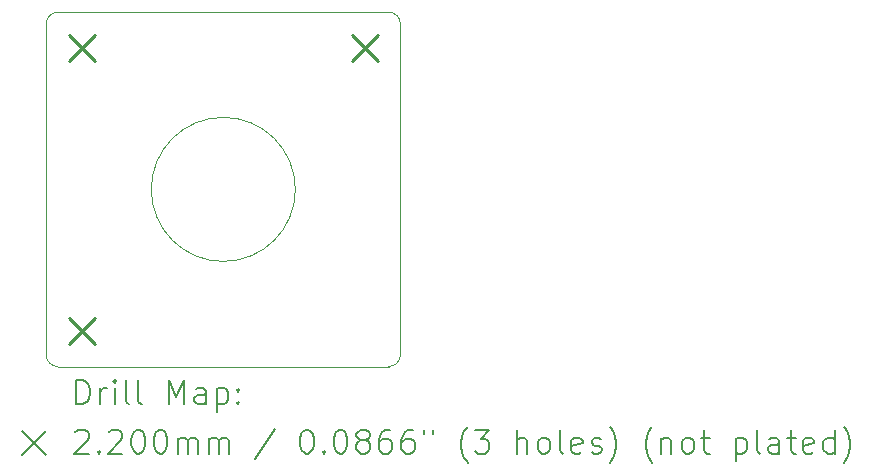
<source format=gbr>
%TF.GenerationSoftware,KiCad,Pcbnew,7.0.5.1-1-g8f565ef7f0-dirty-deb11*%
%TF.CreationDate,2023-06-02T15:46:41+00:00*%
%TF.ProjectId,pedalboard-led-ring,70656461-6c62-46f6-9172-642d6c65642d,1.0.0*%
%TF.SameCoordinates,Original*%
%TF.FileFunction,Drillmap*%
%TF.FilePolarity,Positive*%
%FSLAX45Y45*%
G04 Gerber Fmt 4.5, Leading zero omitted, Abs format (unit mm)*
G04 Created by KiCad (PCBNEW 7.0.5.1-1-g8f565ef7f0-dirty-deb11) date 2023-06-02 15:46:41*
%MOMM*%
%LPD*%
G01*
G04 APERTURE LIST*
%ADD10C,0.100000*%
%ADD11C,0.200000*%
%ADD12C,0.220000*%
G04 APERTURE END LIST*
D10*
X6500000Y-7400000D02*
G75*
G03*
X6600000Y-7500000I100000J0D01*
G01*
X8610000Y-6000000D02*
G75*
G03*
X8610000Y-6000000I-610000J0D01*
G01*
X9500000Y-4600000D02*
X9500000Y-7400000D01*
X6500000Y-7400000D02*
X6500000Y-4600000D01*
X9400000Y-7500000D02*
G75*
G03*
X9500000Y-7400000I0J100000D01*
G01*
X6600000Y-4500000D02*
X9400000Y-4500000D01*
X9400000Y-7500000D02*
X6600000Y-7500000D01*
X6600000Y-4500000D02*
G75*
G03*
X6500000Y-4600000I0J-100000D01*
G01*
X9500000Y-4600000D02*
G75*
G03*
X9400000Y-4500000I-100000J0D01*
G01*
D11*
D12*
X6690000Y-4690000D02*
X6910000Y-4910000D01*
X6910000Y-4690000D02*
X6690000Y-4910000D01*
X6690000Y-7090000D02*
X6910000Y-7310000D01*
X6910000Y-7090000D02*
X6690000Y-7310000D01*
X9090000Y-4690000D02*
X9310000Y-4910000D01*
X9310000Y-4690000D02*
X9090000Y-4910000D01*
D11*
X6755777Y-7816484D02*
X6755777Y-7616484D01*
X6755777Y-7616484D02*
X6803396Y-7616484D01*
X6803396Y-7616484D02*
X6831967Y-7626008D01*
X6831967Y-7626008D02*
X6851015Y-7645055D01*
X6851015Y-7645055D02*
X6860539Y-7664103D01*
X6860539Y-7664103D02*
X6870062Y-7702198D01*
X6870062Y-7702198D02*
X6870062Y-7730769D01*
X6870062Y-7730769D02*
X6860539Y-7768865D01*
X6860539Y-7768865D02*
X6851015Y-7787912D01*
X6851015Y-7787912D02*
X6831967Y-7806960D01*
X6831967Y-7806960D02*
X6803396Y-7816484D01*
X6803396Y-7816484D02*
X6755777Y-7816484D01*
X6955777Y-7816484D02*
X6955777Y-7683150D01*
X6955777Y-7721246D02*
X6965301Y-7702198D01*
X6965301Y-7702198D02*
X6974824Y-7692674D01*
X6974824Y-7692674D02*
X6993872Y-7683150D01*
X6993872Y-7683150D02*
X7012920Y-7683150D01*
X7079586Y-7816484D02*
X7079586Y-7683150D01*
X7079586Y-7616484D02*
X7070062Y-7626008D01*
X7070062Y-7626008D02*
X7079586Y-7635531D01*
X7079586Y-7635531D02*
X7089110Y-7626008D01*
X7089110Y-7626008D02*
X7079586Y-7616484D01*
X7079586Y-7616484D02*
X7079586Y-7635531D01*
X7203396Y-7816484D02*
X7184348Y-7806960D01*
X7184348Y-7806960D02*
X7174824Y-7787912D01*
X7174824Y-7787912D02*
X7174824Y-7616484D01*
X7308158Y-7816484D02*
X7289110Y-7806960D01*
X7289110Y-7806960D02*
X7279586Y-7787912D01*
X7279586Y-7787912D02*
X7279586Y-7616484D01*
X7536729Y-7816484D02*
X7536729Y-7616484D01*
X7536729Y-7616484D02*
X7603396Y-7759341D01*
X7603396Y-7759341D02*
X7670062Y-7616484D01*
X7670062Y-7616484D02*
X7670062Y-7816484D01*
X7851015Y-7816484D02*
X7851015Y-7711722D01*
X7851015Y-7711722D02*
X7841491Y-7692674D01*
X7841491Y-7692674D02*
X7822443Y-7683150D01*
X7822443Y-7683150D02*
X7784348Y-7683150D01*
X7784348Y-7683150D02*
X7765301Y-7692674D01*
X7851015Y-7806960D02*
X7831967Y-7816484D01*
X7831967Y-7816484D02*
X7784348Y-7816484D01*
X7784348Y-7816484D02*
X7765301Y-7806960D01*
X7765301Y-7806960D02*
X7755777Y-7787912D01*
X7755777Y-7787912D02*
X7755777Y-7768865D01*
X7755777Y-7768865D02*
X7765301Y-7749817D01*
X7765301Y-7749817D02*
X7784348Y-7740293D01*
X7784348Y-7740293D02*
X7831967Y-7740293D01*
X7831967Y-7740293D02*
X7851015Y-7730769D01*
X7946253Y-7683150D02*
X7946253Y-7883150D01*
X7946253Y-7692674D02*
X7965301Y-7683150D01*
X7965301Y-7683150D02*
X8003396Y-7683150D01*
X8003396Y-7683150D02*
X8022443Y-7692674D01*
X8022443Y-7692674D02*
X8031967Y-7702198D01*
X8031967Y-7702198D02*
X8041491Y-7721246D01*
X8041491Y-7721246D02*
X8041491Y-7778388D01*
X8041491Y-7778388D02*
X8031967Y-7797436D01*
X8031967Y-7797436D02*
X8022443Y-7806960D01*
X8022443Y-7806960D02*
X8003396Y-7816484D01*
X8003396Y-7816484D02*
X7965301Y-7816484D01*
X7965301Y-7816484D02*
X7946253Y-7806960D01*
X8127205Y-7797436D02*
X8136729Y-7806960D01*
X8136729Y-7806960D02*
X8127205Y-7816484D01*
X8127205Y-7816484D02*
X8117682Y-7806960D01*
X8117682Y-7806960D02*
X8127205Y-7797436D01*
X8127205Y-7797436D02*
X8127205Y-7816484D01*
X8127205Y-7692674D02*
X8136729Y-7702198D01*
X8136729Y-7702198D02*
X8127205Y-7711722D01*
X8127205Y-7711722D02*
X8117682Y-7702198D01*
X8117682Y-7702198D02*
X8127205Y-7692674D01*
X8127205Y-7692674D02*
X8127205Y-7711722D01*
X6295000Y-8045000D02*
X6495000Y-8245000D01*
X6495000Y-8045000D02*
X6295000Y-8245000D01*
X6746253Y-8055531D02*
X6755777Y-8046008D01*
X6755777Y-8046008D02*
X6774824Y-8036484D01*
X6774824Y-8036484D02*
X6822443Y-8036484D01*
X6822443Y-8036484D02*
X6841491Y-8046008D01*
X6841491Y-8046008D02*
X6851015Y-8055531D01*
X6851015Y-8055531D02*
X6860539Y-8074579D01*
X6860539Y-8074579D02*
X6860539Y-8093627D01*
X6860539Y-8093627D02*
X6851015Y-8122198D01*
X6851015Y-8122198D02*
X6736729Y-8236484D01*
X6736729Y-8236484D02*
X6860539Y-8236484D01*
X6946253Y-8217436D02*
X6955777Y-8226960D01*
X6955777Y-8226960D02*
X6946253Y-8236484D01*
X6946253Y-8236484D02*
X6936729Y-8226960D01*
X6936729Y-8226960D02*
X6946253Y-8217436D01*
X6946253Y-8217436D02*
X6946253Y-8236484D01*
X7031967Y-8055531D02*
X7041491Y-8046008D01*
X7041491Y-8046008D02*
X7060539Y-8036484D01*
X7060539Y-8036484D02*
X7108158Y-8036484D01*
X7108158Y-8036484D02*
X7127205Y-8046008D01*
X7127205Y-8046008D02*
X7136729Y-8055531D01*
X7136729Y-8055531D02*
X7146253Y-8074579D01*
X7146253Y-8074579D02*
X7146253Y-8093627D01*
X7146253Y-8093627D02*
X7136729Y-8122198D01*
X7136729Y-8122198D02*
X7022443Y-8236484D01*
X7022443Y-8236484D02*
X7146253Y-8236484D01*
X7270062Y-8036484D02*
X7289110Y-8036484D01*
X7289110Y-8036484D02*
X7308158Y-8046008D01*
X7308158Y-8046008D02*
X7317682Y-8055531D01*
X7317682Y-8055531D02*
X7327205Y-8074579D01*
X7327205Y-8074579D02*
X7336729Y-8112674D01*
X7336729Y-8112674D02*
X7336729Y-8160293D01*
X7336729Y-8160293D02*
X7327205Y-8198388D01*
X7327205Y-8198388D02*
X7317682Y-8217436D01*
X7317682Y-8217436D02*
X7308158Y-8226960D01*
X7308158Y-8226960D02*
X7289110Y-8236484D01*
X7289110Y-8236484D02*
X7270062Y-8236484D01*
X7270062Y-8236484D02*
X7251015Y-8226960D01*
X7251015Y-8226960D02*
X7241491Y-8217436D01*
X7241491Y-8217436D02*
X7231967Y-8198388D01*
X7231967Y-8198388D02*
X7222443Y-8160293D01*
X7222443Y-8160293D02*
X7222443Y-8112674D01*
X7222443Y-8112674D02*
X7231967Y-8074579D01*
X7231967Y-8074579D02*
X7241491Y-8055531D01*
X7241491Y-8055531D02*
X7251015Y-8046008D01*
X7251015Y-8046008D02*
X7270062Y-8036484D01*
X7460539Y-8036484D02*
X7479586Y-8036484D01*
X7479586Y-8036484D02*
X7498634Y-8046008D01*
X7498634Y-8046008D02*
X7508158Y-8055531D01*
X7508158Y-8055531D02*
X7517682Y-8074579D01*
X7517682Y-8074579D02*
X7527205Y-8112674D01*
X7527205Y-8112674D02*
X7527205Y-8160293D01*
X7527205Y-8160293D02*
X7517682Y-8198388D01*
X7517682Y-8198388D02*
X7508158Y-8217436D01*
X7508158Y-8217436D02*
X7498634Y-8226960D01*
X7498634Y-8226960D02*
X7479586Y-8236484D01*
X7479586Y-8236484D02*
X7460539Y-8236484D01*
X7460539Y-8236484D02*
X7441491Y-8226960D01*
X7441491Y-8226960D02*
X7431967Y-8217436D01*
X7431967Y-8217436D02*
X7422443Y-8198388D01*
X7422443Y-8198388D02*
X7412920Y-8160293D01*
X7412920Y-8160293D02*
X7412920Y-8112674D01*
X7412920Y-8112674D02*
X7422443Y-8074579D01*
X7422443Y-8074579D02*
X7431967Y-8055531D01*
X7431967Y-8055531D02*
X7441491Y-8046008D01*
X7441491Y-8046008D02*
X7460539Y-8036484D01*
X7612920Y-8236484D02*
X7612920Y-8103150D01*
X7612920Y-8122198D02*
X7622443Y-8112674D01*
X7622443Y-8112674D02*
X7641491Y-8103150D01*
X7641491Y-8103150D02*
X7670063Y-8103150D01*
X7670063Y-8103150D02*
X7689110Y-8112674D01*
X7689110Y-8112674D02*
X7698634Y-8131722D01*
X7698634Y-8131722D02*
X7698634Y-8236484D01*
X7698634Y-8131722D02*
X7708158Y-8112674D01*
X7708158Y-8112674D02*
X7727205Y-8103150D01*
X7727205Y-8103150D02*
X7755777Y-8103150D01*
X7755777Y-8103150D02*
X7774824Y-8112674D01*
X7774824Y-8112674D02*
X7784348Y-8131722D01*
X7784348Y-8131722D02*
X7784348Y-8236484D01*
X7879586Y-8236484D02*
X7879586Y-8103150D01*
X7879586Y-8122198D02*
X7889110Y-8112674D01*
X7889110Y-8112674D02*
X7908158Y-8103150D01*
X7908158Y-8103150D02*
X7936729Y-8103150D01*
X7936729Y-8103150D02*
X7955777Y-8112674D01*
X7955777Y-8112674D02*
X7965301Y-8131722D01*
X7965301Y-8131722D02*
X7965301Y-8236484D01*
X7965301Y-8131722D02*
X7974824Y-8112674D01*
X7974824Y-8112674D02*
X7993872Y-8103150D01*
X7993872Y-8103150D02*
X8022443Y-8103150D01*
X8022443Y-8103150D02*
X8041491Y-8112674D01*
X8041491Y-8112674D02*
X8051015Y-8131722D01*
X8051015Y-8131722D02*
X8051015Y-8236484D01*
X8441491Y-8026960D02*
X8270063Y-8284103D01*
X8698634Y-8036484D02*
X8717682Y-8036484D01*
X8717682Y-8036484D02*
X8736729Y-8046008D01*
X8736729Y-8046008D02*
X8746253Y-8055531D01*
X8746253Y-8055531D02*
X8755777Y-8074579D01*
X8755777Y-8074579D02*
X8765301Y-8112674D01*
X8765301Y-8112674D02*
X8765301Y-8160293D01*
X8765301Y-8160293D02*
X8755777Y-8198388D01*
X8755777Y-8198388D02*
X8746253Y-8217436D01*
X8746253Y-8217436D02*
X8736729Y-8226960D01*
X8736729Y-8226960D02*
X8717682Y-8236484D01*
X8717682Y-8236484D02*
X8698634Y-8236484D01*
X8698634Y-8236484D02*
X8679587Y-8226960D01*
X8679587Y-8226960D02*
X8670063Y-8217436D01*
X8670063Y-8217436D02*
X8660539Y-8198388D01*
X8660539Y-8198388D02*
X8651015Y-8160293D01*
X8651015Y-8160293D02*
X8651015Y-8112674D01*
X8651015Y-8112674D02*
X8660539Y-8074579D01*
X8660539Y-8074579D02*
X8670063Y-8055531D01*
X8670063Y-8055531D02*
X8679587Y-8046008D01*
X8679587Y-8046008D02*
X8698634Y-8036484D01*
X8851015Y-8217436D02*
X8860539Y-8226960D01*
X8860539Y-8226960D02*
X8851015Y-8236484D01*
X8851015Y-8236484D02*
X8841491Y-8226960D01*
X8841491Y-8226960D02*
X8851015Y-8217436D01*
X8851015Y-8217436D02*
X8851015Y-8236484D01*
X8984348Y-8036484D02*
X9003396Y-8036484D01*
X9003396Y-8036484D02*
X9022444Y-8046008D01*
X9022444Y-8046008D02*
X9031968Y-8055531D01*
X9031968Y-8055531D02*
X9041491Y-8074579D01*
X9041491Y-8074579D02*
X9051015Y-8112674D01*
X9051015Y-8112674D02*
X9051015Y-8160293D01*
X9051015Y-8160293D02*
X9041491Y-8198388D01*
X9041491Y-8198388D02*
X9031968Y-8217436D01*
X9031968Y-8217436D02*
X9022444Y-8226960D01*
X9022444Y-8226960D02*
X9003396Y-8236484D01*
X9003396Y-8236484D02*
X8984348Y-8236484D01*
X8984348Y-8236484D02*
X8965301Y-8226960D01*
X8965301Y-8226960D02*
X8955777Y-8217436D01*
X8955777Y-8217436D02*
X8946253Y-8198388D01*
X8946253Y-8198388D02*
X8936729Y-8160293D01*
X8936729Y-8160293D02*
X8936729Y-8112674D01*
X8936729Y-8112674D02*
X8946253Y-8074579D01*
X8946253Y-8074579D02*
X8955777Y-8055531D01*
X8955777Y-8055531D02*
X8965301Y-8046008D01*
X8965301Y-8046008D02*
X8984348Y-8036484D01*
X9165301Y-8122198D02*
X9146253Y-8112674D01*
X9146253Y-8112674D02*
X9136729Y-8103150D01*
X9136729Y-8103150D02*
X9127206Y-8084103D01*
X9127206Y-8084103D02*
X9127206Y-8074579D01*
X9127206Y-8074579D02*
X9136729Y-8055531D01*
X9136729Y-8055531D02*
X9146253Y-8046008D01*
X9146253Y-8046008D02*
X9165301Y-8036484D01*
X9165301Y-8036484D02*
X9203396Y-8036484D01*
X9203396Y-8036484D02*
X9222444Y-8046008D01*
X9222444Y-8046008D02*
X9231968Y-8055531D01*
X9231968Y-8055531D02*
X9241491Y-8074579D01*
X9241491Y-8074579D02*
X9241491Y-8084103D01*
X9241491Y-8084103D02*
X9231968Y-8103150D01*
X9231968Y-8103150D02*
X9222444Y-8112674D01*
X9222444Y-8112674D02*
X9203396Y-8122198D01*
X9203396Y-8122198D02*
X9165301Y-8122198D01*
X9165301Y-8122198D02*
X9146253Y-8131722D01*
X9146253Y-8131722D02*
X9136729Y-8141246D01*
X9136729Y-8141246D02*
X9127206Y-8160293D01*
X9127206Y-8160293D02*
X9127206Y-8198388D01*
X9127206Y-8198388D02*
X9136729Y-8217436D01*
X9136729Y-8217436D02*
X9146253Y-8226960D01*
X9146253Y-8226960D02*
X9165301Y-8236484D01*
X9165301Y-8236484D02*
X9203396Y-8236484D01*
X9203396Y-8236484D02*
X9222444Y-8226960D01*
X9222444Y-8226960D02*
X9231968Y-8217436D01*
X9231968Y-8217436D02*
X9241491Y-8198388D01*
X9241491Y-8198388D02*
X9241491Y-8160293D01*
X9241491Y-8160293D02*
X9231968Y-8141246D01*
X9231968Y-8141246D02*
X9222444Y-8131722D01*
X9222444Y-8131722D02*
X9203396Y-8122198D01*
X9412920Y-8036484D02*
X9374825Y-8036484D01*
X9374825Y-8036484D02*
X9355777Y-8046008D01*
X9355777Y-8046008D02*
X9346253Y-8055531D01*
X9346253Y-8055531D02*
X9327206Y-8084103D01*
X9327206Y-8084103D02*
X9317682Y-8122198D01*
X9317682Y-8122198D02*
X9317682Y-8198388D01*
X9317682Y-8198388D02*
X9327206Y-8217436D01*
X9327206Y-8217436D02*
X9336729Y-8226960D01*
X9336729Y-8226960D02*
X9355777Y-8236484D01*
X9355777Y-8236484D02*
X9393872Y-8236484D01*
X9393872Y-8236484D02*
X9412920Y-8226960D01*
X9412920Y-8226960D02*
X9422444Y-8217436D01*
X9422444Y-8217436D02*
X9431968Y-8198388D01*
X9431968Y-8198388D02*
X9431968Y-8150769D01*
X9431968Y-8150769D02*
X9422444Y-8131722D01*
X9422444Y-8131722D02*
X9412920Y-8122198D01*
X9412920Y-8122198D02*
X9393872Y-8112674D01*
X9393872Y-8112674D02*
X9355777Y-8112674D01*
X9355777Y-8112674D02*
X9336729Y-8122198D01*
X9336729Y-8122198D02*
X9327206Y-8131722D01*
X9327206Y-8131722D02*
X9317682Y-8150769D01*
X9603396Y-8036484D02*
X9565301Y-8036484D01*
X9565301Y-8036484D02*
X9546253Y-8046008D01*
X9546253Y-8046008D02*
X9536729Y-8055531D01*
X9536729Y-8055531D02*
X9517682Y-8084103D01*
X9517682Y-8084103D02*
X9508158Y-8122198D01*
X9508158Y-8122198D02*
X9508158Y-8198388D01*
X9508158Y-8198388D02*
X9517682Y-8217436D01*
X9517682Y-8217436D02*
X9527206Y-8226960D01*
X9527206Y-8226960D02*
X9546253Y-8236484D01*
X9546253Y-8236484D02*
X9584349Y-8236484D01*
X9584349Y-8236484D02*
X9603396Y-8226960D01*
X9603396Y-8226960D02*
X9612920Y-8217436D01*
X9612920Y-8217436D02*
X9622444Y-8198388D01*
X9622444Y-8198388D02*
X9622444Y-8150769D01*
X9622444Y-8150769D02*
X9612920Y-8131722D01*
X9612920Y-8131722D02*
X9603396Y-8122198D01*
X9603396Y-8122198D02*
X9584349Y-8112674D01*
X9584349Y-8112674D02*
X9546253Y-8112674D01*
X9546253Y-8112674D02*
X9527206Y-8122198D01*
X9527206Y-8122198D02*
X9517682Y-8131722D01*
X9517682Y-8131722D02*
X9508158Y-8150769D01*
X9698634Y-8036484D02*
X9698634Y-8074579D01*
X9774825Y-8036484D02*
X9774825Y-8074579D01*
X10070063Y-8312674D02*
X10060539Y-8303150D01*
X10060539Y-8303150D02*
X10041491Y-8274579D01*
X10041491Y-8274579D02*
X10031968Y-8255531D01*
X10031968Y-8255531D02*
X10022444Y-8226960D01*
X10022444Y-8226960D02*
X10012920Y-8179341D01*
X10012920Y-8179341D02*
X10012920Y-8141246D01*
X10012920Y-8141246D02*
X10022444Y-8093627D01*
X10022444Y-8093627D02*
X10031968Y-8065055D01*
X10031968Y-8065055D02*
X10041491Y-8046008D01*
X10041491Y-8046008D02*
X10060539Y-8017436D01*
X10060539Y-8017436D02*
X10070063Y-8007912D01*
X10127206Y-8036484D02*
X10251015Y-8036484D01*
X10251015Y-8036484D02*
X10184349Y-8112674D01*
X10184349Y-8112674D02*
X10212920Y-8112674D01*
X10212920Y-8112674D02*
X10231968Y-8122198D01*
X10231968Y-8122198D02*
X10241491Y-8131722D01*
X10241491Y-8131722D02*
X10251015Y-8150769D01*
X10251015Y-8150769D02*
X10251015Y-8198388D01*
X10251015Y-8198388D02*
X10241491Y-8217436D01*
X10241491Y-8217436D02*
X10231968Y-8226960D01*
X10231968Y-8226960D02*
X10212920Y-8236484D01*
X10212920Y-8236484D02*
X10155777Y-8236484D01*
X10155777Y-8236484D02*
X10136730Y-8226960D01*
X10136730Y-8226960D02*
X10127206Y-8217436D01*
X10489111Y-8236484D02*
X10489111Y-8036484D01*
X10574825Y-8236484D02*
X10574825Y-8131722D01*
X10574825Y-8131722D02*
X10565301Y-8112674D01*
X10565301Y-8112674D02*
X10546253Y-8103150D01*
X10546253Y-8103150D02*
X10517682Y-8103150D01*
X10517682Y-8103150D02*
X10498634Y-8112674D01*
X10498634Y-8112674D02*
X10489111Y-8122198D01*
X10698634Y-8236484D02*
X10679587Y-8226960D01*
X10679587Y-8226960D02*
X10670063Y-8217436D01*
X10670063Y-8217436D02*
X10660539Y-8198388D01*
X10660539Y-8198388D02*
X10660539Y-8141246D01*
X10660539Y-8141246D02*
X10670063Y-8122198D01*
X10670063Y-8122198D02*
X10679587Y-8112674D01*
X10679587Y-8112674D02*
X10698634Y-8103150D01*
X10698634Y-8103150D02*
X10727206Y-8103150D01*
X10727206Y-8103150D02*
X10746253Y-8112674D01*
X10746253Y-8112674D02*
X10755777Y-8122198D01*
X10755777Y-8122198D02*
X10765301Y-8141246D01*
X10765301Y-8141246D02*
X10765301Y-8198388D01*
X10765301Y-8198388D02*
X10755777Y-8217436D01*
X10755777Y-8217436D02*
X10746253Y-8226960D01*
X10746253Y-8226960D02*
X10727206Y-8236484D01*
X10727206Y-8236484D02*
X10698634Y-8236484D01*
X10879587Y-8236484D02*
X10860539Y-8226960D01*
X10860539Y-8226960D02*
X10851015Y-8207912D01*
X10851015Y-8207912D02*
X10851015Y-8036484D01*
X11031968Y-8226960D02*
X11012920Y-8236484D01*
X11012920Y-8236484D02*
X10974825Y-8236484D01*
X10974825Y-8236484D02*
X10955777Y-8226960D01*
X10955777Y-8226960D02*
X10946253Y-8207912D01*
X10946253Y-8207912D02*
X10946253Y-8131722D01*
X10946253Y-8131722D02*
X10955777Y-8112674D01*
X10955777Y-8112674D02*
X10974825Y-8103150D01*
X10974825Y-8103150D02*
X11012920Y-8103150D01*
X11012920Y-8103150D02*
X11031968Y-8112674D01*
X11031968Y-8112674D02*
X11041492Y-8131722D01*
X11041492Y-8131722D02*
X11041492Y-8150769D01*
X11041492Y-8150769D02*
X10946253Y-8169817D01*
X11117682Y-8226960D02*
X11136730Y-8236484D01*
X11136730Y-8236484D02*
X11174825Y-8236484D01*
X11174825Y-8236484D02*
X11193872Y-8226960D01*
X11193872Y-8226960D02*
X11203396Y-8207912D01*
X11203396Y-8207912D02*
X11203396Y-8198388D01*
X11203396Y-8198388D02*
X11193872Y-8179341D01*
X11193872Y-8179341D02*
X11174825Y-8169817D01*
X11174825Y-8169817D02*
X11146253Y-8169817D01*
X11146253Y-8169817D02*
X11127206Y-8160293D01*
X11127206Y-8160293D02*
X11117682Y-8141246D01*
X11117682Y-8141246D02*
X11117682Y-8131722D01*
X11117682Y-8131722D02*
X11127206Y-8112674D01*
X11127206Y-8112674D02*
X11146253Y-8103150D01*
X11146253Y-8103150D02*
X11174825Y-8103150D01*
X11174825Y-8103150D02*
X11193872Y-8112674D01*
X11270063Y-8312674D02*
X11279587Y-8303150D01*
X11279587Y-8303150D02*
X11298634Y-8274579D01*
X11298634Y-8274579D02*
X11308158Y-8255531D01*
X11308158Y-8255531D02*
X11317682Y-8226960D01*
X11317682Y-8226960D02*
X11327206Y-8179341D01*
X11327206Y-8179341D02*
X11327206Y-8141246D01*
X11327206Y-8141246D02*
X11317682Y-8093627D01*
X11317682Y-8093627D02*
X11308158Y-8065055D01*
X11308158Y-8065055D02*
X11298634Y-8046008D01*
X11298634Y-8046008D02*
X11279587Y-8017436D01*
X11279587Y-8017436D02*
X11270063Y-8007912D01*
X11631968Y-8312674D02*
X11622444Y-8303150D01*
X11622444Y-8303150D02*
X11603396Y-8274579D01*
X11603396Y-8274579D02*
X11593872Y-8255531D01*
X11593872Y-8255531D02*
X11584349Y-8226960D01*
X11584349Y-8226960D02*
X11574825Y-8179341D01*
X11574825Y-8179341D02*
X11574825Y-8141246D01*
X11574825Y-8141246D02*
X11584349Y-8093627D01*
X11584349Y-8093627D02*
X11593872Y-8065055D01*
X11593872Y-8065055D02*
X11603396Y-8046008D01*
X11603396Y-8046008D02*
X11622444Y-8017436D01*
X11622444Y-8017436D02*
X11631968Y-8007912D01*
X11708158Y-8103150D02*
X11708158Y-8236484D01*
X11708158Y-8122198D02*
X11717682Y-8112674D01*
X11717682Y-8112674D02*
X11736730Y-8103150D01*
X11736730Y-8103150D02*
X11765301Y-8103150D01*
X11765301Y-8103150D02*
X11784349Y-8112674D01*
X11784349Y-8112674D02*
X11793872Y-8131722D01*
X11793872Y-8131722D02*
X11793872Y-8236484D01*
X11917682Y-8236484D02*
X11898634Y-8226960D01*
X11898634Y-8226960D02*
X11889111Y-8217436D01*
X11889111Y-8217436D02*
X11879587Y-8198388D01*
X11879587Y-8198388D02*
X11879587Y-8141246D01*
X11879587Y-8141246D02*
X11889111Y-8122198D01*
X11889111Y-8122198D02*
X11898634Y-8112674D01*
X11898634Y-8112674D02*
X11917682Y-8103150D01*
X11917682Y-8103150D02*
X11946253Y-8103150D01*
X11946253Y-8103150D02*
X11965301Y-8112674D01*
X11965301Y-8112674D02*
X11974825Y-8122198D01*
X11974825Y-8122198D02*
X11984349Y-8141246D01*
X11984349Y-8141246D02*
X11984349Y-8198388D01*
X11984349Y-8198388D02*
X11974825Y-8217436D01*
X11974825Y-8217436D02*
X11965301Y-8226960D01*
X11965301Y-8226960D02*
X11946253Y-8236484D01*
X11946253Y-8236484D02*
X11917682Y-8236484D01*
X12041492Y-8103150D02*
X12117682Y-8103150D01*
X12070063Y-8036484D02*
X12070063Y-8207912D01*
X12070063Y-8207912D02*
X12079587Y-8226960D01*
X12079587Y-8226960D02*
X12098634Y-8236484D01*
X12098634Y-8236484D02*
X12117682Y-8236484D01*
X12336730Y-8103150D02*
X12336730Y-8303150D01*
X12336730Y-8112674D02*
X12355777Y-8103150D01*
X12355777Y-8103150D02*
X12393873Y-8103150D01*
X12393873Y-8103150D02*
X12412920Y-8112674D01*
X12412920Y-8112674D02*
X12422444Y-8122198D01*
X12422444Y-8122198D02*
X12431968Y-8141246D01*
X12431968Y-8141246D02*
X12431968Y-8198388D01*
X12431968Y-8198388D02*
X12422444Y-8217436D01*
X12422444Y-8217436D02*
X12412920Y-8226960D01*
X12412920Y-8226960D02*
X12393873Y-8236484D01*
X12393873Y-8236484D02*
X12355777Y-8236484D01*
X12355777Y-8236484D02*
X12336730Y-8226960D01*
X12546253Y-8236484D02*
X12527206Y-8226960D01*
X12527206Y-8226960D02*
X12517682Y-8207912D01*
X12517682Y-8207912D02*
X12517682Y-8036484D01*
X12708158Y-8236484D02*
X12708158Y-8131722D01*
X12708158Y-8131722D02*
X12698634Y-8112674D01*
X12698634Y-8112674D02*
X12679587Y-8103150D01*
X12679587Y-8103150D02*
X12641492Y-8103150D01*
X12641492Y-8103150D02*
X12622444Y-8112674D01*
X12708158Y-8226960D02*
X12689111Y-8236484D01*
X12689111Y-8236484D02*
X12641492Y-8236484D01*
X12641492Y-8236484D02*
X12622444Y-8226960D01*
X12622444Y-8226960D02*
X12612920Y-8207912D01*
X12612920Y-8207912D02*
X12612920Y-8188865D01*
X12612920Y-8188865D02*
X12622444Y-8169817D01*
X12622444Y-8169817D02*
X12641492Y-8160293D01*
X12641492Y-8160293D02*
X12689111Y-8160293D01*
X12689111Y-8160293D02*
X12708158Y-8150769D01*
X12774825Y-8103150D02*
X12851015Y-8103150D01*
X12803396Y-8036484D02*
X12803396Y-8207912D01*
X12803396Y-8207912D02*
X12812920Y-8226960D01*
X12812920Y-8226960D02*
X12831968Y-8236484D01*
X12831968Y-8236484D02*
X12851015Y-8236484D01*
X12993873Y-8226960D02*
X12974825Y-8236484D01*
X12974825Y-8236484D02*
X12936730Y-8236484D01*
X12936730Y-8236484D02*
X12917682Y-8226960D01*
X12917682Y-8226960D02*
X12908158Y-8207912D01*
X12908158Y-8207912D02*
X12908158Y-8131722D01*
X12908158Y-8131722D02*
X12917682Y-8112674D01*
X12917682Y-8112674D02*
X12936730Y-8103150D01*
X12936730Y-8103150D02*
X12974825Y-8103150D01*
X12974825Y-8103150D02*
X12993873Y-8112674D01*
X12993873Y-8112674D02*
X13003396Y-8131722D01*
X13003396Y-8131722D02*
X13003396Y-8150769D01*
X13003396Y-8150769D02*
X12908158Y-8169817D01*
X13174825Y-8236484D02*
X13174825Y-8036484D01*
X13174825Y-8226960D02*
X13155777Y-8236484D01*
X13155777Y-8236484D02*
X13117682Y-8236484D01*
X13117682Y-8236484D02*
X13098634Y-8226960D01*
X13098634Y-8226960D02*
X13089111Y-8217436D01*
X13089111Y-8217436D02*
X13079587Y-8198388D01*
X13079587Y-8198388D02*
X13079587Y-8141246D01*
X13079587Y-8141246D02*
X13089111Y-8122198D01*
X13089111Y-8122198D02*
X13098634Y-8112674D01*
X13098634Y-8112674D02*
X13117682Y-8103150D01*
X13117682Y-8103150D02*
X13155777Y-8103150D01*
X13155777Y-8103150D02*
X13174825Y-8112674D01*
X13251015Y-8312674D02*
X13260539Y-8303150D01*
X13260539Y-8303150D02*
X13279587Y-8274579D01*
X13279587Y-8274579D02*
X13289111Y-8255531D01*
X13289111Y-8255531D02*
X13298634Y-8226960D01*
X13298634Y-8226960D02*
X13308158Y-8179341D01*
X13308158Y-8179341D02*
X13308158Y-8141246D01*
X13308158Y-8141246D02*
X13298634Y-8093627D01*
X13298634Y-8093627D02*
X13289111Y-8065055D01*
X13289111Y-8065055D02*
X13279587Y-8046008D01*
X13279587Y-8046008D02*
X13260539Y-8017436D01*
X13260539Y-8017436D02*
X13251015Y-8007912D01*
M02*

</source>
